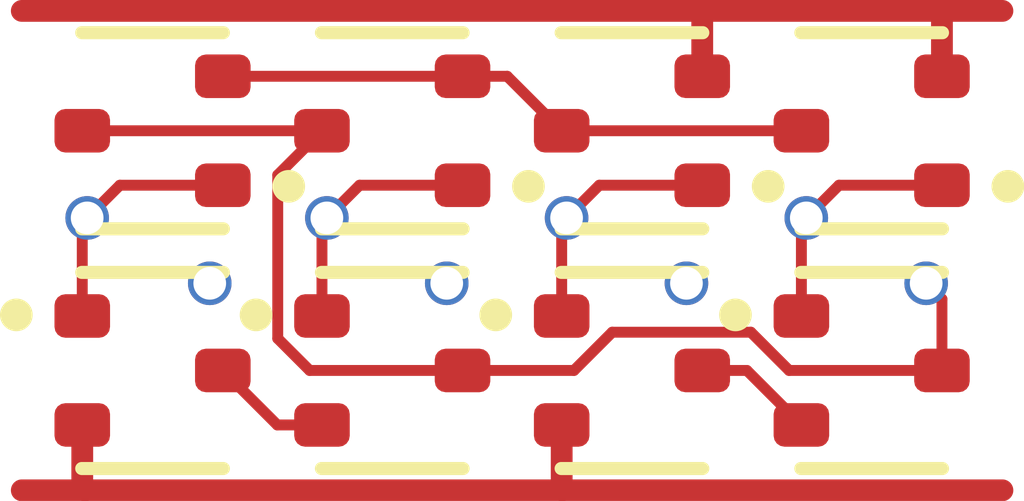
<source format=kicad_pcb>
(kicad_pcb (version 20241229) (generator "pcbnew") (generator_version "9.0")
  (layers (0 "F.Cu" signal) (2 "B.Cu" signal) (13 "F.Paste" user) (15 "B.Paste" user) (5 "F.SilkS" user "F.Silkscreen") (7 "B.SilkS" user "B.Silkscreen") (1 "F.Mask" user) (3 "B.Mask" user) (25 "Edge.Cuts" user))
  (net 0 "")
  (net 1 "intA")
  (net 2 "GND")
  (net 3 "A1")
  (net 4 "A2")
  (net 5 "Y")
  (net 6 "B1")
  (net 7 "intB")
  (net 8 "B2")
  (net 9 "intP")
  (net 10 "VDD")
  (footprint "Package_TO_SOT_SMD:SOT-523" (layer "F.Cu") (at 1.1 1.1 180)
    (property "Reference" "P1" (hide yes))
    (property "Value" "" (hide yes))
    (fp_line (start 0.65 0.9) (end -0.65 0.9) (stroke (width 0.12)) (layer "F.SilkS"))
    (fp_line (start 0.65 -0.9) (end -0.65 -0.9) (stroke (width 0.12)) (layer "F.SilkS"))
    (fp_circle (center -1.25 -0.51) (end -1.1 -0.51) (fill yes) (layer "F.SilkS"))
    (pad "1" smd roundrect (at -0.645 -0.5) (size 0.51 0.4) (layers "F.Cu" "F.Mask" "F.Paste") (net 3 "A1"))
    (pad "2" smd roundrect (at -0.645 0.5) (size 0.51 0.4) (layers "F.Cu" "F.Mask" "F.Paste") (net 9 "intP"))
    (pad "3" smd roundrect (at 0.645 0) (size 0.51 0.4) (layers "F.Cu" "F.Mask" "F.Paste") (net 5 "Y"))
  )
  (footprint "Package_TO_SOT_SMD:SOT-523" (layer "F.Cu") (at 3.3 3.3)
    (property "Reference" "N2" (hide yes))
    (property "Value" "" (hide yes))
    (fp_line (start 0.65 -0.9) (end -0.65 -0.9) (stroke (width 0.12)) (layer "F.SilkS"))
    (fp_line (start 0.65 0.9) (end -0.65 0.9) (stroke (width 0.12)) (layer "F.SilkS"))
    (fp_circle (center -1.25 -0.51) (end -1.1 -0.51) (fill yes) (layer "F.SilkS"))
    (pad "1" smd roundrect (at -0.645 -0.5 180) (size 0.51 0.4) (layers "F.Cu" "F.Mask" "F.Paste") (net 4 "A2"))
    (pad "2" smd roundrect (at -0.645 0.5 180) (size 0.51 0.4) (layers "F.Cu" "F.Mask" "F.Paste") (net 1 "intA"))
    (pad "3" smd roundrect (at 0.645 0 180) (size 0.51 0.4) (layers "F.Cu" "F.Mask" "F.Paste") (net 5 "Y"))
  )
  (footprint "Package_TO_SOT_SMD:SOT-523" (layer "F.Cu") (at 7.7 3.3)
    (property "Reference" "N4" (hide yes))
    (property "Value" "" (hide yes))
    (fp_line (start 0.65 -0.9) (end -0.65 -0.9) (stroke (width 0.12)) (layer "F.SilkS"))
    (fp_line (start 0.65 0.9) (end -0.65 0.9) (stroke (width 0.12)) (layer "F.SilkS"))
    (fp_circle (center -1.25 -0.51) (end -1.1 -0.51) (fill yes) (layer "F.SilkS"))
    (pad "1" smd roundrect (at -0.645 -0.5 180) (size 0.51 0.4) (layers "F.Cu" "F.Mask" "F.Paste") (net 8 "B2"))
    (pad "2" smd roundrect (at -0.645 0.5 180) (size 0.51 0.4) (layers "F.Cu" "F.Mask" "F.Paste") (net 7 "intB"))
    (pad "3" smd roundrect (at 0.645 0 180) (size 0.51 0.4) (layers "F.Cu" "F.Mask" "F.Paste") (net 5 "Y"))
  )
  (footprint "Package_TO_SOT_SMD:SOT-523" (layer "F.Cu") (at 5.5 1.1 180)
    (property "Reference" "P3" (hide yes))
    (property "Value" "" (hide yes))
    (fp_line (start 0.65 0.9) (end -0.65 0.9) (stroke (width 0.12)) (layer "F.SilkS"))
    (fp_line (start 0.65 -0.9) (end -0.65 -0.9) (stroke (width 0.12)) (layer "F.SilkS"))
    (fp_circle (center -1.25 -0.51) (end -1.1 -0.51) (fill yes) (layer "F.SilkS"))
    (pad "1" smd roundrect (at -0.645 -0.5) (size 0.51 0.4) (layers "F.Cu" "F.Mask" "F.Paste") (net 6 "B1"))
    (pad "2" smd roundrect (at -0.645 0.5) (size 0.51 0.4) (layers "F.Cu" "F.Mask" "F.Paste") (net 10 "VDD"))
    (pad "3" smd roundrect (at 0.645 0) (size 0.51 0.4) (layers "F.Cu" "F.Mask" "F.Paste") (net 9 "intP"))
  )
  (footprint "Package_TO_SOT_SMD:SOT-523" (layer "F.Cu") (at 3.3 1.1 180)
    (property "Reference" "P2" (hide yes))
    (property "Value" "" (hide yes))
    (fp_line (start 0.65 0.9) (end -0.65 0.9) (stroke (width 0.12)) (layer "F.SilkS"))
    (fp_line (start 0.65 -0.9) (end -0.65 -0.9) (stroke (width 0.12)) (layer "F.SilkS"))
    (fp_circle (center -1.25 -0.51) (end -1.1 -0.51) (fill yes) (layer "F.SilkS"))
    (pad "1" smd roundrect (at -0.645 -0.5) (size 0.51 0.4) (layers "F.Cu" "F.Mask" "F.Paste") (net 4 "A2"))
    (pad "2" smd roundrect (at -0.645 0.5) (size 0.51 0.4) (layers "F.Cu" "F.Mask" "F.Paste") (net 9 "intP"))
    (pad "3" smd roundrect (at 0.645 0) (size 0.51 0.4) (layers "F.Cu" "F.Mask" "F.Paste") (net 5 "Y"))
  )
  (footprint "Package_TO_SOT_SMD:SOT-523" (layer "F.Cu") (at 7.7 1.1 180)
    (property "Reference" "P4" (hide yes))
    (property "Value" "" (hide yes))
    (fp_line (start 0.65 0.9) (end -0.65 0.9) (stroke (width 0.12)) (layer "F.SilkS"))
    (fp_line (start 0.65 -0.9) (end -0.65 -0.9) (stroke (width 0.12)) (layer "F.SilkS"))
    (fp_circle (center -1.25 -0.51) (end -1.1 -0.51) (fill yes) (layer "F.SilkS"))
    (pad "1" smd roundrect (at -0.645 -0.5) (size 0.51 0.4) (layers "F.Cu" "F.Mask" "F.Paste") (net 8 "B2"))
    (pad "2" smd roundrect (at -0.645 0.5) (size 0.51 0.4) (layers "F.Cu" "F.Mask" "F.Paste") (net 10 "VDD"))
    (pad "3" smd roundrect (at 0.645 0) (size 0.51 0.4) (layers "F.Cu" "F.Mask" "F.Paste") (net 9 "intP"))
  )
  (footprint "Package_TO_SOT_SMD:SOT-523" (layer "F.Cu") (at 1.1 3.3)
    (property "Reference" "N1" (hide yes))
    (property "Value" "" (hide yes))
    (fp_line (start 0.65 -0.9) (end -0.65 -0.9) (stroke (width 0.12)) (layer "F.SilkS"))
    (fp_line (start 0.65 0.9) (end -0.65 0.9) (stroke (width 0.12)) (layer "F.SilkS"))
    (fp_circle (center -1.25 -0.51) (end -1.1 -0.51) (fill yes) (layer "F.SilkS"))
    (pad "1" smd roundrect (at -0.645 -0.5 180) (size 0.51 0.4) (layers "F.Cu" "F.Mask" "F.Paste") (net 3 "A1"))
    (pad "2" smd roundrect (at -0.645 0.5 180) (size 0.51 0.4) (layers "F.Cu" "F.Mask" "F.Paste") (net 2 "GND"))
    (pad "3" smd roundrect (at 0.645 0 180) (size 0.51 0.4) (layers "F.Cu" "F.Mask" "F.Paste") (net 1 "intA"))
  )
  (footprint "Package_TO_SOT_SMD:SOT-523" (layer "F.Cu") (at 5.5 3.3)
    (property "Reference" "N3" (hide yes))
    (property "Value" "" (hide yes))
    (fp_line (start 0.65 -0.9) (end -0.65 -0.9) (stroke (width 0.12)) (layer "F.SilkS"))
    (fp_line (start 0.65 0.9) (end -0.65 0.9) (stroke (width 0.12)) (layer "F.SilkS"))
    (fp_circle (center -1.25 -0.51) (end -1.1 -0.51) (fill yes) (layer "F.SilkS"))
    (pad "1" smd roundrect (at -0.645 -0.5 180) (size 0.51 0.4) (layers "F.Cu" "F.Mask" "F.Paste") (net 6 "B1"))
    (pad "2" smd roundrect (at -0.645 0.5 180) (size 0.51 0.4) (layers "F.Cu" "F.Mask" "F.Paste") (net 2 "GND"))
    (pad "3" smd roundrect (at 0.645 0 180) (size 0.51 0.4) (layers "F.Cu" "F.Mask" "F.Paste") (net 7 "intB"))
  )
  (via (at 1.625 2.5) (size 0.4) (drill 0.3) (layers "F.Cu" "B.Cu") (net 0))
  (via (at 3.8 2.5) (size 0.4) (drill 0.3) (layers "F.Cu" "B.Cu") (net 0))
  (via (at 6 2.5) (size 0.4) (drill 0.3) (layers "F.Cu" "B.Cu") (net 0))
  (segment (start 2.245 3.8) (end 2.655 3.8) (width 0.1) (layer "F.Cu") (net 1))
  (segment (start 1.745 3.3) (end 2.245 3.8) (width 0.1) (layer "F.Cu") (net 1))
  (segment (start 4.86 4.4) (end 8.9 4.4) (width 0.2) (layer "F.Cu") (net 2))
  (segment (start 0.48 4.4) (end 4.86 4.4) (width 0.2) (layer "F.Cu") (net 2))
  (segment (start 4.855 4.395) (end 4.86 4.4) (width 0.2) (layer "F.Cu") (net 2))
  (segment (start 0.455 3.8) (end 0.455 4.375) (width 0.2) (layer "F.Cu") (net 2))
  (segment (start -0.1 4.4) (end 0.48 4.4) (width 0.2) (layer "F.Cu") (net 2))
  (segment (start 4.855 3.8) (end 4.855 4.395) (width 0.2) (layer "F.Cu") (net 2))
  (segment (start 0.455 4.375) (end 0.48 4.4) (width 0.2) (layer "F.Cu") (net 2))
  (segment (start 1.745 1.6) (end 0.8 1.6) (width 0.1) (layer "F.Cu") (net 3))
  (segment (start 0.455 2.8) (end 0.455 1.945) (width 0.1) (layer "F.Cu") (net 3))
  (segment (start 0.455 1.945) (end 0.5 1.9) (width 0.1) (layer "F.Cu") (net 3))
  (segment (start 0.8 1.6) (end 0.5 1.9) (width 0.1) (layer "F.Cu") (net 3))
  (via (at 0.5 1.9) (size 0.4) (drill 0.3) (layers "F.Cu" "B.Cu") (net 3))
  (segment (start 3 1.6) (end 2.7 1.9) (width 0.1) (layer "F.Cu") (net 4))
  (segment (start 3.945 1.6) (end 3 1.6) (width 0.1) (layer "F.Cu") (net 4))
  (segment (start 2.655 1.945) (end 2.7 1.9) (width 0.1) (layer "F.Cu") (net 4))
  (segment (start 2.655 2.8) (end 2.655 1.945) (width 0.1) (layer "F.Cu") (net 4))
  (via (at 2.7 1.9) (size 0.4) (drill 0.3) (layers "F.Cu" "B.Cu") (net 4))
  (segment (start 6.591262 2.949) (end 5.318738 2.949) (width 0.1) (layer "F.Cu") (net 5))
  (segment (start 4.967738 3.3) (end 3.945 3.3) (width 0.1) (layer "F.Cu") (net 5))
  (segment (start 2.249 3.006738) (end 2.249 1.506) (width 0.1) (layer "F.Cu") (net 5))
  (segment (start 0.455 1.1) (end 2.655 1.1) (width 0.1) (layer "F.Cu") (net 5))
  (segment (start 8.345 2.645) (end 8.2 2.5) (width 0.1) (layer "F.Cu") (net 5))
  (segment (start 8.345 3.3) (end 8.345 2.645) (width 0.1) (layer "F.Cu") (net 5))
  (segment (start 2.542262 3.3) (end 2.249 3.006738) (width 0.1) (layer "F.Cu") (net 5))
  (segment (start 3.945 3.3) (end 2.542262 3.3) (width 0.1) (layer "F.Cu") (net 5))
  (segment (start 5.318738 2.949) (end 4.967738 3.3) (width 0.1) (layer "F.Cu") (net 5))
  (segment (start 8.345 3.3) (end 6.942262 3.3) (width 0.1) (layer "F.Cu") (net 5))
  (segment (start 2.249 1.506) (end 2.655 1.1) (width 0.1) (layer "F.Cu") (net 5))
  (segment (start 6.942262 3.3) (end 6.591262 2.949) (width 0.1) (layer "F.Cu") (net 5))
  (via (at 8.2 2.5) (size 0.4) (drill 0.3) (layers "F.Cu" "B.Cu") (net 5))
  (segment (start 6.145 1.6) (end 5.2 1.6) (width 0.1) (layer "F.Cu") (net 6))
  (segment (start 5.2 1.6) (end 4.9 1.9) (width 0.1) (layer "F.Cu") (net 6))
  (segment (start 4.855 1.945) (end 4.9 1.9) (width 0.1) (layer "F.Cu") (net 6))
  (segment (start 4.855 2.8) (end 4.855 1.945) (width 0.1) (layer "F.Cu") (net 6))
  (via (at 4.9 1.9) (size 0.4) (drill 0.3) (layers "F.Cu" "B.Cu") (net 6))
  (segment (start 6.145 3.3) (end 6.555 3.3) (width 0.1) (layer "F.Cu") (net 7))
  (segment (start 6.555 3.3) (end 7.055 3.8) (width 0.1) (layer "F.Cu") (net 7))
  (segment (start 7.4 1.6) (end 7.1 1.9) (width 0.1) (layer "F.Cu") (net 8))
  (segment (start 7.055 2.8) (end 7.055 1.945) (width 0.1) (layer "F.Cu") (net 8))
  (segment (start 7.055 1.945) (end 7.1 1.9) (width 0.1) (layer "F.Cu") (net 8))
  (segment (start 8.345 1.6) (end 7.4 1.6) (width 0.1) (layer "F.Cu") (net 8))
  (via (at 7.1 1.9) (size 0.4) (drill 0.3) (layers "F.Cu" "B.Cu") (net 8))
  (segment (start 3.945 0.6) (end 1.745 0.6) (width 0.1) (layer "F.Cu") (net 9))
  (segment (start 3.945 0.6) (end 4.355 0.6) (width 0.1) (layer "F.Cu") (net 9))
  (segment (start 4.355 0.6) (end 4.855 1.1) (width 0.1) (layer "F.Cu") (net 9))
  (segment (start 4.855 1.1) (end 7.055 1.1) (width 0.1) (layer "F.Cu") (net 9))
  (segment (start 6.145 0.6) (end 6.145 0.025) (width 0.2) (layer "F.Cu") (net 10))
  (segment (start -0.1 0) (end 6.12 0) (width 0.2) (layer "F.Cu") (net 10))
  (segment (start 8.3 0) (end 8.9 0) (width 0.2) (layer "F.Cu") (net 10))
  (segment (start 8.345 0.6) (end 8.345 0.045) (width 0.2) (layer "F.Cu") (net 10))
  (segment (start 6.145 0.025) (end 6.12 0) (width 0.2) (layer "F.Cu") (net 10))
  (segment (start 8.345 0.045) (end 8.3 0) (width 0.2) (layer "F.Cu") (net 10))
  (segment (start 6.12 0) (end 8.3 0) (width 0.2) (layer "F.Cu") (net 10))
)
</source>
